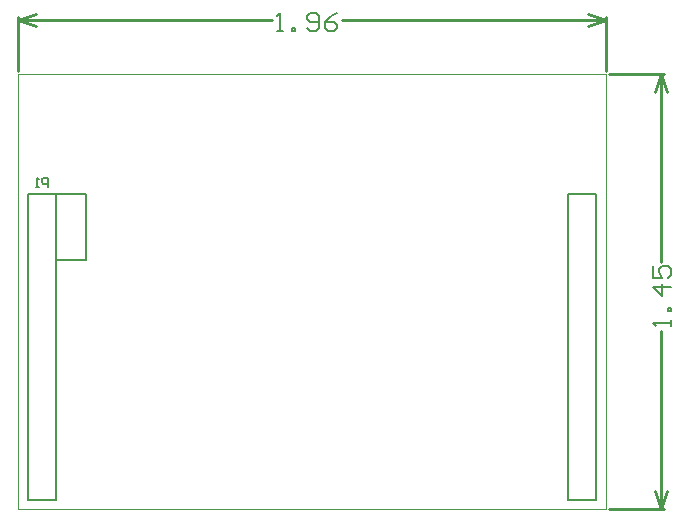
<source format=gbo>
G04*
G04 #@! TF.GenerationSoftware,Altium Limited,Altium Designer,20.1.14 (287)*
G04*
G04 Layer_Color=32896*
%FSLAX24Y24*%
%MOIN*%
G70*
G04*
G04 #@! TF.SameCoordinates,46077A43-3E97-4952-B592-0C32B6473DDB*
G04*
G04*
G04 #@! TF.FilePolarity,Positive*
G04*
G01*
G75*
%ADD10C,0.0079*%
%ADD12C,0.0100*%
%ADD14C,0.0050*%
%ADD17C,0.0000*%
%ADD18C,0.0060*%
D10*
X1280Y8310D02*
X2270D01*
Y10500D01*
X1280D02*
X2270D01*
X340D02*
X1270D01*
X326Y300D02*
X1274D01*
X326D02*
Y10500D01*
X18350Y10500D02*
X19274D01*
Y300D02*
Y10500D01*
X18326Y300D02*
Y10500D01*
Y300D02*
X19274D01*
X1274D02*
Y10500D01*
D12*
X21425Y14500D02*
X21625Y13900D01*
X21225D02*
X21425Y14500D01*
X21225Y600D02*
X21425Y0D01*
X21625Y600D01*
X21425Y8250D02*
Y14500D01*
Y0D02*
Y5930D01*
X19700Y14500D02*
X21525D01*
X19700Y0D02*
X21525D01*
X0Y16300D02*
X600Y16500D01*
X0Y16300D02*
X600Y16100D01*
X19000D02*
X19600Y16300D01*
X19000Y16500D02*
X19600Y16300D01*
X0D02*
X8480D01*
X10800D02*
X19600D01*
X0Y14600D02*
Y16400D01*
X19600Y14600D02*
Y16400D01*
D14*
X1000Y10750D02*
Y11050D01*
X850D01*
X800Y11000D01*
Y10900D01*
X850Y10850D01*
X1000D01*
X700Y10750D02*
X600D01*
X650D01*
Y11050D01*
X700Y11000D01*
D17*
X0Y0D02*
X19600D01*
Y14500D01*
X0D02*
X19600D01*
X0Y0D02*
Y14500D01*
Y0D02*
X19600D01*
Y14500D01*
X0D02*
X19600D01*
X0Y0D02*
Y14500D01*
D18*
X21785Y6090D02*
Y6290D01*
Y6190D01*
X21185D01*
X21285Y6090D01*
X21785Y6590D02*
X21685D01*
Y6690D01*
X21785D01*
Y6590D01*
Y7390D02*
X21185D01*
X21485Y7090D01*
Y7490D01*
X21185Y8090D02*
Y7690D01*
X21485D01*
X21385Y7890D01*
Y7990D01*
X21485Y8090D01*
X21685D01*
X21785Y7990D01*
Y7790D01*
X21685Y7690D01*
X8640Y15940D02*
X8840D01*
X8740D01*
Y16540D01*
X8640Y16440D01*
X9140Y15940D02*
Y16040D01*
X9240D01*
Y15940D01*
X9140D01*
X9640Y16040D02*
X9740Y15940D01*
X9940D01*
X10040Y16040D01*
Y16440D01*
X9940Y16540D01*
X9740D01*
X9640Y16440D01*
Y16340D01*
X9740Y16240D01*
X10040D01*
X10640Y16540D02*
X10440Y16440D01*
X10240Y16240D01*
Y16040D01*
X10340Y15940D01*
X10540D01*
X10640Y16040D01*
Y16140D01*
X10540Y16240D01*
X10240D01*
M02*

</source>
